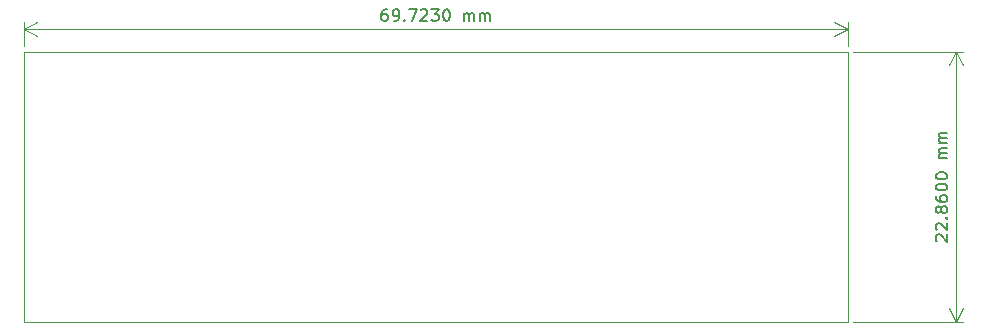
<source format=gbr>
%TF.GenerationSoftware,KiCad,Pcbnew,(6.0.8)*%
%TF.CreationDate,2022-11-25T19:56:48+01:00*%
%TF.ProjectId,esp32-cy7c65213-programmer,65737033-322d-4637-9937-633635323133,rev?*%
%TF.SameCoordinates,Original*%
%TF.FileFunction,Profile,NP*%
%FSLAX46Y46*%
G04 Gerber Fmt 4.6, Leading zero omitted, Abs format (unit mm)*
G04 Created by KiCad (PCBNEW (6.0.8)) date 2022-11-25 19:56:48*
%MOMM*%
%LPD*%
G01*
G04 APERTURE LIST*
%TA.AperFunction,Profile*%
%ADD10C,0.100000*%
%TD*%
%ADD11C,0.150000*%
G04 APERTURE END LIST*
D10*
X160528000Y-97155000D02*
X90805000Y-97155000D01*
X90805000Y-97155000D02*
X90805000Y-120015000D01*
X90805000Y-120015000D02*
X160528000Y-120015000D01*
X160528000Y-120015000D02*
X160528000Y-97155000D01*
D11*
X168069619Y-113204047D02*
X168022000Y-113156428D01*
X167974380Y-113061190D01*
X167974380Y-112823095D01*
X168022000Y-112727857D01*
X168069619Y-112680238D01*
X168164857Y-112632619D01*
X168260095Y-112632619D01*
X168402952Y-112680238D01*
X168974380Y-113251666D01*
X168974380Y-112632619D01*
X168069619Y-112251666D02*
X168022000Y-112204047D01*
X167974380Y-112108809D01*
X167974380Y-111870714D01*
X168022000Y-111775476D01*
X168069619Y-111727857D01*
X168164857Y-111680238D01*
X168260095Y-111680238D01*
X168402952Y-111727857D01*
X168974380Y-112299285D01*
X168974380Y-111680238D01*
X168879142Y-111251666D02*
X168926761Y-111204047D01*
X168974380Y-111251666D01*
X168926761Y-111299285D01*
X168879142Y-111251666D01*
X168974380Y-111251666D01*
X168402952Y-110632619D02*
X168355333Y-110727857D01*
X168307714Y-110775476D01*
X168212476Y-110823095D01*
X168164857Y-110823095D01*
X168069619Y-110775476D01*
X168022000Y-110727857D01*
X167974380Y-110632619D01*
X167974380Y-110442142D01*
X168022000Y-110346904D01*
X168069619Y-110299285D01*
X168164857Y-110251666D01*
X168212476Y-110251666D01*
X168307714Y-110299285D01*
X168355333Y-110346904D01*
X168402952Y-110442142D01*
X168402952Y-110632619D01*
X168450571Y-110727857D01*
X168498190Y-110775476D01*
X168593428Y-110823095D01*
X168783904Y-110823095D01*
X168879142Y-110775476D01*
X168926761Y-110727857D01*
X168974380Y-110632619D01*
X168974380Y-110442142D01*
X168926761Y-110346904D01*
X168879142Y-110299285D01*
X168783904Y-110251666D01*
X168593428Y-110251666D01*
X168498190Y-110299285D01*
X168450571Y-110346904D01*
X168402952Y-110442142D01*
X167974380Y-109394523D02*
X167974380Y-109585000D01*
X168022000Y-109680238D01*
X168069619Y-109727857D01*
X168212476Y-109823095D01*
X168402952Y-109870714D01*
X168783904Y-109870714D01*
X168879142Y-109823095D01*
X168926761Y-109775476D01*
X168974380Y-109680238D01*
X168974380Y-109489761D01*
X168926761Y-109394523D01*
X168879142Y-109346904D01*
X168783904Y-109299285D01*
X168545809Y-109299285D01*
X168450571Y-109346904D01*
X168402952Y-109394523D01*
X168355333Y-109489761D01*
X168355333Y-109680238D01*
X168402952Y-109775476D01*
X168450571Y-109823095D01*
X168545809Y-109870714D01*
X167974380Y-108680238D02*
X167974380Y-108585000D01*
X168022000Y-108489761D01*
X168069619Y-108442142D01*
X168164857Y-108394523D01*
X168355333Y-108346904D01*
X168593428Y-108346904D01*
X168783904Y-108394523D01*
X168879142Y-108442142D01*
X168926761Y-108489761D01*
X168974380Y-108585000D01*
X168974380Y-108680238D01*
X168926761Y-108775476D01*
X168879142Y-108823095D01*
X168783904Y-108870714D01*
X168593428Y-108918333D01*
X168355333Y-108918333D01*
X168164857Y-108870714D01*
X168069619Y-108823095D01*
X168022000Y-108775476D01*
X167974380Y-108680238D01*
X167974380Y-107727857D02*
X167974380Y-107632619D01*
X168022000Y-107537380D01*
X168069619Y-107489761D01*
X168164857Y-107442142D01*
X168355333Y-107394523D01*
X168593428Y-107394523D01*
X168783904Y-107442142D01*
X168879142Y-107489761D01*
X168926761Y-107537380D01*
X168974380Y-107632619D01*
X168974380Y-107727857D01*
X168926761Y-107823095D01*
X168879142Y-107870714D01*
X168783904Y-107918333D01*
X168593428Y-107965952D01*
X168355333Y-107965952D01*
X168164857Y-107918333D01*
X168069619Y-107870714D01*
X168022000Y-107823095D01*
X167974380Y-107727857D01*
X168974380Y-106204047D02*
X168307714Y-106204047D01*
X168402952Y-106204047D02*
X168355333Y-106156428D01*
X168307714Y-106061190D01*
X168307714Y-105918333D01*
X168355333Y-105823095D01*
X168450571Y-105775476D01*
X168974380Y-105775476D01*
X168450571Y-105775476D02*
X168355333Y-105727857D01*
X168307714Y-105632619D01*
X168307714Y-105489761D01*
X168355333Y-105394523D01*
X168450571Y-105346904D01*
X168974380Y-105346904D01*
X168974380Y-104870714D02*
X168307714Y-104870714D01*
X168402952Y-104870714D02*
X168355333Y-104823095D01*
X168307714Y-104727857D01*
X168307714Y-104585000D01*
X168355333Y-104489761D01*
X168450571Y-104442142D01*
X168974380Y-104442142D01*
X168450571Y-104442142D02*
X168355333Y-104394523D01*
X168307714Y-104299285D01*
X168307714Y-104156428D01*
X168355333Y-104061190D01*
X168450571Y-104013571D01*
X168974380Y-104013571D01*
D10*
X161028000Y-97155000D02*
X170258420Y-97155000D01*
X161028000Y-120015000D02*
X170258420Y-120015000D01*
X169672000Y-97155000D02*
X169672000Y-120015000D01*
X169672000Y-97155000D02*
X169672000Y-120015000D01*
X169672000Y-97155000D02*
X169085579Y-98281504D01*
X169672000Y-97155000D02*
X170258421Y-98281504D01*
X169672000Y-120015000D02*
X170258421Y-118888496D01*
X169672000Y-120015000D02*
X169085579Y-118888496D01*
D11*
X121523642Y-93552380D02*
X121333166Y-93552380D01*
X121237928Y-93600000D01*
X121190309Y-93647619D01*
X121095071Y-93790476D01*
X121047452Y-93980952D01*
X121047452Y-94361904D01*
X121095071Y-94457142D01*
X121142690Y-94504761D01*
X121237928Y-94552380D01*
X121428404Y-94552380D01*
X121523642Y-94504761D01*
X121571261Y-94457142D01*
X121618880Y-94361904D01*
X121618880Y-94123809D01*
X121571261Y-94028571D01*
X121523642Y-93980952D01*
X121428404Y-93933333D01*
X121237928Y-93933333D01*
X121142690Y-93980952D01*
X121095071Y-94028571D01*
X121047452Y-94123809D01*
X122095071Y-94552380D02*
X122285547Y-94552380D01*
X122380785Y-94504761D01*
X122428404Y-94457142D01*
X122523642Y-94314285D01*
X122571261Y-94123809D01*
X122571261Y-93742857D01*
X122523642Y-93647619D01*
X122476023Y-93600000D01*
X122380785Y-93552380D01*
X122190309Y-93552380D01*
X122095071Y-93600000D01*
X122047452Y-93647619D01*
X121999833Y-93742857D01*
X121999833Y-93980952D01*
X122047452Y-94076190D01*
X122095071Y-94123809D01*
X122190309Y-94171428D01*
X122380785Y-94171428D01*
X122476023Y-94123809D01*
X122523642Y-94076190D01*
X122571261Y-93980952D01*
X122999833Y-94457142D02*
X123047452Y-94504761D01*
X122999833Y-94552380D01*
X122952214Y-94504761D01*
X122999833Y-94457142D01*
X122999833Y-94552380D01*
X123380785Y-93552380D02*
X124047452Y-93552380D01*
X123618880Y-94552380D01*
X124380785Y-93647619D02*
X124428404Y-93600000D01*
X124523642Y-93552380D01*
X124761738Y-93552380D01*
X124856976Y-93600000D01*
X124904595Y-93647619D01*
X124952214Y-93742857D01*
X124952214Y-93838095D01*
X124904595Y-93980952D01*
X124333166Y-94552380D01*
X124952214Y-94552380D01*
X125285547Y-93552380D02*
X125904595Y-93552380D01*
X125571261Y-93933333D01*
X125714119Y-93933333D01*
X125809357Y-93980952D01*
X125856976Y-94028571D01*
X125904595Y-94123809D01*
X125904595Y-94361904D01*
X125856976Y-94457142D01*
X125809357Y-94504761D01*
X125714119Y-94552380D01*
X125428404Y-94552380D01*
X125333166Y-94504761D01*
X125285547Y-94457142D01*
X126523642Y-93552380D02*
X126618880Y-93552380D01*
X126714119Y-93600000D01*
X126761738Y-93647619D01*
X126809357Y-93742857D01*
X126856976Y-93933333D01*
X126856976Y-94171428D01*
X126809357Y-94361904D01*
X126761738Y-94457142D01*
X126714119Y-94504761D01*
X126618880Y-94552380D01*
X126523642Y-94552380D01*
X126428404Y-94504761D01*
X126380785Y-94457142D01*
X126333166Y-94361904D01*
X126285547Y-94171428D01*
X126285547Y-93933333D01*
X126333166Y-93742857D01*
X126380785Y-93647619D01*
X126428404Y-93600000D01*
X126523642Y-93552380D01*
X128047452Y-94552380D02*
X128047452Y-93885714D01*
X128047452Y-93980952D02*
X128095071Y-93933333D01*
X128190309Y-93885714D01*
X128333166Y-93885714D01*
X128428404Y-93933333D01*
X128476023Y-94028571D01*
X128476023Y-94552380D01*
X128476023Y-94028571D02*
X128523642Y-93933333D01*
X128618880Y-93885714D01*
X128761738Y-93885714D01*
X128856976Y-93933333D01*
X128904595Y-94028571D01*
X128904595Y-94552380D01*
X129380785Y-94552380D02*
X129380785Y-93885714D01*
X129380785Y-93980952D02*
X129428404Y-93933333D01*
X129523642Y-93885714D01*
X129666500Y-93885714D01*
X129761738Y-93933333D01*
X129809357Y-94028571D01*
X129809357Y-94552380D01*
X129809357Y-94028571D02*
X129856976Y-93933333D01*
X129952214Y-93885714D01*
X130095071Y-93885714D01*
X130190309Y-93933333D01*
X130237928Y-94028571D01*
X130237928Y-94552380D01*
D10*
X160528000Y-96655000D02*
X160528000Y-94663580D01*
X90805000Y-96655000D02*
X90805000Y-94663580D01*
X160528000Y-95250000D02*
X90805000Y-95250000D01*
X160528000Y-95250000D02*
X90805000Y-95250000D01*
X160528000Y-95250000D02*
X159401496Y-94663579D01*
X160528000Y-95250000D02*
X159401496Y-95836421D01*
X90805000Y-95250000D02*
X91931504Y-95836421D01*
X90805000Y-95250000D02*
X91931504Y-94663579D01*
M02*

</source>
